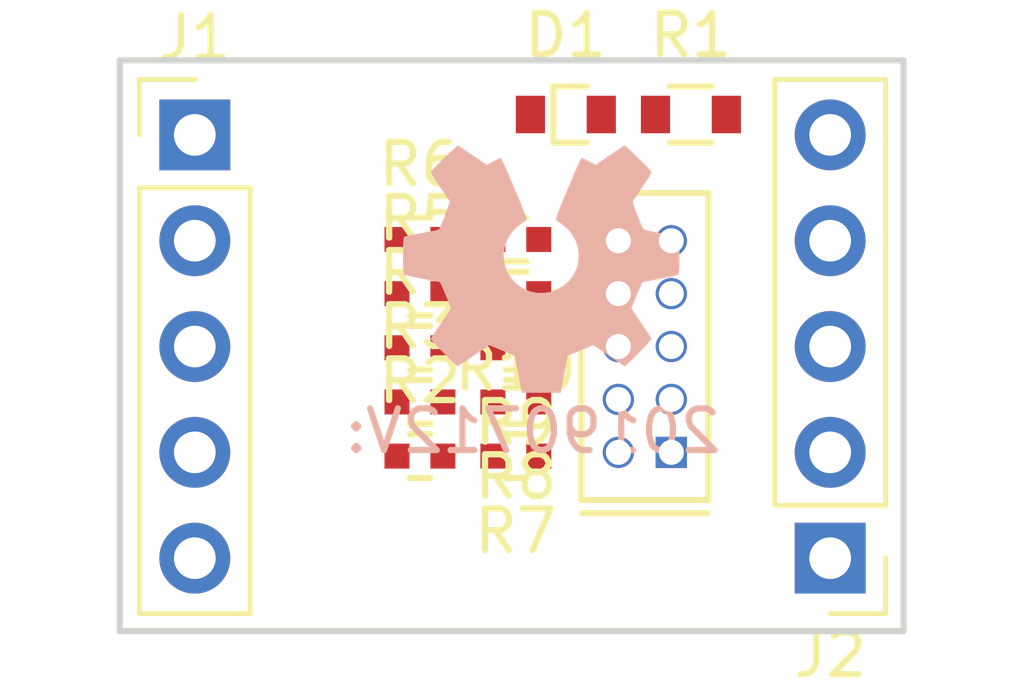
<source format=kicad_pcb>
(kicad_pcb (version 20171130) (host pcbnew 5.1.2-f72e74a~84~ubuntu18.04.1)

  (general
    (thickness 1.6)
    (drawings 4)
    (tracks 0)
    (zones 0)
    (modules 17)
    (nets 14)
  )

  (page A4)
  (layers
    (0 F.Cu signal)
    (31 B.Cu signal)
    (32 B.Adhes user)
    (33 F.Adhes user)
    (34 B.Paste user)
    (35 F.Paste user)
    (36 B.SilkS user hide)
    (37 F.SilkS user)
    (38 B.Mask user)
    (39 F.Mask user)
    (40 Dwgs.User user)
    (41 Cmts.User user)
    (42 Eco1.User user)
    (43 Eco2.User user)
    (44 Edge.Cuts user)
    (45 Margin user)
    (46 B.CrtYd user)
    (47 F.CrtYd user)
    (48 B.Fab user)
    (49 F.Fab user)
  )

  (setup
    (last_trace_width 0.1524)
    (user_trace_width 0.1524)
    (user_trace_width 0.2)
    (user_trace_width 0.3)
    (user_trace_width 0.4)
    (user_trace_width 0.6)
    (user_trace_width 1)
    (user_trace_width 1.5)
    (user_trace_width 2)
    (trace_clearance 0.1524)
    (zone_clearance 0.508)
    (zone_45_only no)
    (trace_min 0.1524)
    (via_size 0.381)
    (via_drill 0.254)
    (via_min_size 0.381)
    (via_min_drill 0.254)
    (user_via 0.4 0.254)
    (user_via 0.6 0.4)
    (user_via 0.8 0.6)
    (user_via 1 0.8)
    (user_via 1.3 1)
    (user_via 1.5 1.2)
    (user_via 1.7 1.4)
    (user_via 1.9 1.6)
    (uvia_size 0.381)
    (uvia_drill 0.254)
    (uvias_allowed no)
    (uvia_min_size 0.381)
    (uvia_min_drill 0.254)
    (edge_width 0.15)
    (segment_width 0.2)
    (pcb_text_width 0.3)
    (pcb_text_size 1.5 1.5)
    (mod_edge_width 0.15)
    (mod_text_size 1 1)
    (mod_text_width 0.15)
    (pad_size 1.524 1.524)
    (pad_drill 0.762)
    (pad_to_mask_clearance 0.1)
    (solder_mask_min_width 0.1)
    (aux_axis_origin 0 0)
    (visible_elements FFFFFF7F)
    (pcbplotparams
      (layerselection 0x010fc_ffffffff)
      (usegerberextensions true)
      (usegerberattributes false)
      (usegerberadvancedattributes false)
      (creategerberjobfile false)
      (excludeedgelayer true)
      (linewidth 0.100000)
      (plotframeref false)
      (viasonmask false)
      (mode 1)
      (useauxorigin false)
      (hpglpennumber 1)
      (hpglpenspeed 20)
      (hpglpendiameter 15.000000)
      (psnegative false)
      (psa4output false)
      (plotreference true)
      (plotvalue true)
      (plotinvisibletext false)
      (padsonsilk false)
      (subtractmaskfromsilk false)
      (outputformat 1)
      (mirror false)
      (drillshape 0)
      (scaleselection 1)
      (outputdirectory "OSH_Park_2_layer_plots"))
  )

  (net 0 "")
  (net 1 "Net-(D1-Pad2)")
  (net 2 /VSS)
  (net 3 /RESET)
  (net 4 /TDI)
  (net 5 /TDO)
  (net 6 /TCK)
  (net 7 /TMS)
  (net 8 /VDD)
  (net 9 "Net-(J3-Pad10)")
  (net 10 "Net-(J3-Pad8)")
  (net 11 "Net-(J3-Pad6)")
  (net 12 "Net-(J3-Pad4)")
  (net 13 "Net-(J3-Pad2)")

  (net_class Default "This is the default net class."
    (clearance 0.1524)
    (trace_width 0.1524)
    (via_dia 0.381)
    (via_drill 0.254)
    (uvia_dia 0.381)
    (uvia_drill 0.254)
    (add_net /RESET)
    (add_net /TCK)
    (add_net /TDI)
    (add_net /TDO)
    (add_net /TMS)
    (add_net /VDD)
    (add_net /VSS)
    (add_net "Net-(D1-Pad2)")
    (add_net "Net-(J3-Pad10)")
    (add_net "Net-(J3-Pad2)")
    (add_net "Net-(J3-Pad4)")
    (add_net "Net-(J3-Pad6)")
    (add_net "Net-(J3-Pad7)")
    (add_net "Net-(J3-Pad8)")
  )

  (module SquantorRcl:R_0402_hand (layer F.Cu) (tedit 5921FEA0) (tstamp 5D28A738)
    (at 147.4 100.3 180)
    (descr "Resistor SMD 0402, reflow soldering, Vishay (see dcrcw.pdf)")
    (tags "resistor 0402")
    (path /5D28643D/5D285A1E)
    (attr smd)
    (fp_text reference R11 (at 0 -1.8) (layer F.SilkS)
      (effects (font (size 1 1) (thickness 0.15)))
    )
    (fp_text value 100 (at 0 1.8) (layer F.Fab)
      (effects (font (size 1 1) (thickness 0.15)))
    )
    (fp_line (start -0.25 0.525) (end 0.25 0.525) (layer F.SilkS) (width 0.15))
    (fp_line (start 0.25 -0.525) (end -0.25 -0.525) (layer F.SilkS) (width 0.15))
    (fp_line (start 1.15 -0.65) (end 1.15 0.65) (layer F.CrtYd) (width 0.05))
    (fp_line (start -1.15 -0.65) (end -1.15 0.65) (layer F.CrtYd) (width 0.05))
    (fp_line (start -1.15 0.65) (end 1.15 0.65) (layer F.CrtYd) (width 0.05))
    (fp_line (start -1.15 -0.65) (end 1.15 -0.65) (layer F.CrtYd) (width 0.05))
    (fp_line (start -0.5 -0.25) (end 0.5 -0.25) (layer F.Fab) (width 0.1))
    (fp_line (start 0.5 -0.25) (end 0.5 0.25) (layer F.Fab) (width 0.1))
    (fp_line (start 0.5 0.25) (end -0.5 0.25) (layer F.Fab) (width 0.1))
    (fp_line (start -0.5 0.25) (end -0.5 -0.25) (layer F.Fab) (width 0.1))
    (pad 2 smd rect (at 0.55 0 180) (size 0.6 0.6) (layers F.Cu F.Paste F.Mask)
      (net 3 /RESET))
    (pad 1 smd rect (at -0.55 0 180) (size 0.6 0.6) (layers F.Cu F.Paste F.Mask)
      (net 9 "Net-(J3-Pad10)"))
    (model Resistors_SMD.3dshapes/R_0402.wrl
      (at (xyz 0 0 0))
      (scale (xyz 1 1 1))
      (rotate (xyz 0 0 0))
    )
  )

  (module SquantorRcl:R_0402_hand (layer F.Cu) (tedit 5921FEA0) (tstamp 5D28A728)
    (at 147.4 101.6 180)
    (descr "Resistor SMD 0402, reflow soldering, Vishay (see dcrcw.pdf)")
    (tags "resistor 0402")
    (path /5D28643D/5D285D88)
    (attr smd)
    (fp_text reference R10 (at 0 -1.8) (layer F.SilkS)
      (effects (font (size 1 1) (thickness 0.15)))
    )
    (fp_text value 100 (at 0 1.8) (layer F.Fab)
      (effects (font (size 1 1) (thickness 0.15)))
    )
    (fp_line (start -0.25 0.525) (end 0.25 0.525) (layer F.SilkS) (width 0.15))
    (fp_line (start 0.25 -0.525) (end -0.25 -0.525) (layer F.SilkS) (width 0.15))
    (fp_line (start 1.15 -0.65) (end 1.15 0.65) (layer F.CrtYd) (width 0.05))
    (fp_line (start -1.15 -0.65) (end -1.15 0.65) (layer F.CrtYd) (width 0.05))
    (fp_line (start -1.15 0.65) (end 1.15 0.65) (layer F.CrtYd) (width 0.05))
    (fp_line (start -1.15 -0.65) (end 1.15 -0.65) (layer F.CrtYd) (width 0.05))
    (fp_line (start -0.5 -0.25) (end 0.5 -0.25) (layer F.Fab) (width 0.1))
    (fp_line (start 0.5 -0.25) (end 0.5 0.25) (layer F.Fab) (width 0.1))
    (fp_line (start 0.5 0.25) (end -0.5 0.25) (layer F.Fab) (width 0.1))
    (fp_line (start -0.5 0.25) (end -0.5 -0.25) (layer F.Fab) (width 0.1))
    (pad 2 smd rect (at 0.55 0 180) (size 0.6 0.6) (layers F.Cu F.Paste F.Mask)
      (net 4 /TDI))
    (pad 1 smd rect (at -0.55 0 180) (size 0.6 0.6) (layers F.Cu F.Paste F.Mask)
      (net 10 "Net-(J3-Pad8)"))
    (model Resistors_SMD.3dshapes/R_0402.wrl
      (at (xyz 0 0 0))
      (scale (xyz 1 1 1))
      (rotate (xyz 0 0 0))
    )
  )

  (module SquantorRcl:R_0402_hand (layer F.Cu) (tedit 5921FEA0) (tstamp 5D28A718)
    (at 147.4 102.9 180)
    (descr "Resistor SMD 0402, reflow soldering, Vishay (see dcrcw.pdf)")
    (tags "resistor 0402")
    (path /5D28643D/5D285AC1)
    (attr smd)
    (fp_text reference R9 (at 0 -1.8) (layer F.SilkS)
      (effects (font (size 1 1) (thickness 0.15)))
    )
    (fp_text value 100 (at 0 1.8) (layer F.Fab)
      (effects (font (size 1 1) (thickness 0.15)))
    )
    (fp_line (start -0.25 0.525) (end 0.25 0.525) (layer F.SilkS) (width 0.15))
    (fp_line (start 0.25 -0.525) (end -0.25 -0.525) (layer F.SilkS) (width 0.15))
    (fp_line (start 1.15 -0.65) (end 1.15 0.65) (layer F.CrtYd) (width 0.05))
    (fp_line (start -1.15 -0.65) (end -1.15 0.65) (layer F.CrtYd) (width 0.05))
    (fp_line (start -1.15 0.65) (end 1.15 0.65) (layer F.CrtYd) (width 0.05))
    (fp_line (start -1.15 -0.65) (end 1.15 -0.65) (layer F.CrtYd) (width 0.05))
    (fp_line (start -0.5 -0.25) (end 0.5 -0.25) (layer F.Fab) (width 0.1))
    (fp_line (start 0.5 -0.25) (end 0.5 0.25) (layer F.Fab) (width 0.1))
    (fp_line (start 0.5 0.25) (end -0.5 0.25) (layer F.Fab) (width 0.1))
    (fp_line (start -0.5 0.25) (end -0.5 -0.25) (layer F.Fab) (width 0.1))
    (pad 2 smd rect (at 0.55 0 180) (size 0.6 0.6) (layers F.Cu F.Paste F.Mask)
      (net 5 /TDO))
    (pad 1 smd rect (at -0.55 0 180) (size 0.6 0.6) (layers F.Cu F.Paste F.Mask)
      (net 11 "Net-(J3-Pad6)"))
    (model Resistors_SMD.3dshapes/R_0402.wrl
      (at (xyz 0 0 0))
      (scale (xyz 1 1 1))
      (rotate (xyz 0 0 0))
    )
  )

  (module SquantorRcl:R_0402_hand (layer F.Cu) (tedit 5921FEA0) (tstamp 5D28A708)
    (at 147.4 104.2 180)
    (descr "Resistor SMD 0402, reflow soldering, Vishay (see dcrcw.pdf)")
    (tags "resistor 0402")
    (path /5D28643D/5D285A12)
    (attr smd)
    (fp_text reference R8 (at 0 -1.8) (layer F.SilkS)
      (effects (font (size 1 1) (thickness 0.15)))
    )
    (fp_text value 100 (at 0 1.8) (layer F.Fab)
      (effects (font (size 1 1) (thickness 0.15)))
    )
    (fp_line (start -0.25 0.525) (end 0.25 0.525) (layer F.SilkS) (width 0.15))
    (fp_line (start 0.25 -0.525) (end -0.25 -0.525) (layer F.SilkS) (width 0.15))
    (fp_line (start 1.15 -0.65) (end 1.15 0.65) (layer F.CrtYd) (width 0.05))
    (fp_line (start -1.15 -0.65) (end -1.15 0.65) (layer F.CrtYd) (width 0.05))
    (fp_line (start -1.15 0.65) (end 1.15 0.65) (layer F.CrtYd) (width 0.05))
    (fp_line (start -1.15 -0.65) (end 1.15 -0.65) (layer F.CrtYd) (width 0.05))
    (fp_line (start -0.5 -0.25) (end 0.5 -0.25) (layer F.Fab) (width 0.1))
    (fp_line (start 0.5 -0.25) (end 0.5 0.25) (layer F.Fab) (width 0.1))
    (fp_line (start 0.5 0.25) (end -0.5 0.25) (layer F.Fab) (width 0.1))
    (fp_line (start -0.5 0.25) (end -0.5 -0.25) (layer F.Fab) (width 0.1))
    (pad 2 smd rect (at 0.55 0 180) (size 0.6 0.6) (layers F.Cu F.Paste F.Mask)
      (net 6 /TCK))
    (pad 1 smd rect (at -0.55 0 180) (size 0.6 0.6) (layers F.Cu F.Paste F.Mask)
      (net 12 "Net-(J3-Pad4)"))
    (model Resistors_SMD.3dshapes/R_0402.wrl
      (at (xyz 0 0 0))
      (scale (xyz 1 1 1))
      (rotate (xyz 0 0 0))
    )
  )

  (module SquantorRcl:R_0402_hand (layer F.Cu) (tedit 5921FEA0) (tstamp 5D28A6F8)
    (at 147.4 105.5 180)
    (descr "Resistor SMD 0402, reflow soldering, Vishay (see dcrcw.pdf)")
    (tags "resistor 0402")
    (path /5D28643D/5D285A0C)
    (attr smd)
    (fp_text reference R7 (at 0 -1.8) (layer F.SilkS)
      (effects (font (size 1 1) (thickness 0.15)))
    )
    (fp_text value 100 (at 0 1.8) (layer F.Fab)
      (effects (font (size 1 1) (thickness 0.15)))
    )
    (fp_line (start -0.25 0.525) (end 0.25 0.525) (layer F.SilkS) (width 0.15))
    (fp_line (start 0.25 -0.525) (end -0.25 -0.525) (layer F.SilkS) (width 0.15))
    (fp_line (start 1.15 -0.65) (end 1.15 0.65) (layer F.CrtYd) (width 0.05))
    (fp_line (start -1.15 -0.65) (end -1.15 0.65) (layer F.CrtYd) (width 0.05))
    (fp_line (start -1.15 0.65) (end 1.15 0.65) (layer F.CrtYd) (width 0.05))
    (fp_line (start -1.15 -0.65) (end 1.15 -0.65) (layer F.CrtYd) (width 0.05))
    (fp_line (start -0.5 -0.25) (end 0.5 -0.25) (layer F.Fab) (width 0.1))
    (fp_line (start 0.5 -0.25) (end 0.5 0.25) (layer F.Fab) (width 0.1))
    (fp_line (start 0.5 0.25) (end -0.5 0.25) (layer F.Fab) (width 0.1))
    (fp_line (start -0.5 0.25) (end -0.5 -0.25) (layer F.Fab) (width 0.1))
    (pad 2 smd rect (at 0.55 0 180) (size 0.6 0.6) (layers F.Cu F.Paste F.Mask)
      (net 7 /TMS))
    (pad 1 smd rect (at -0.55 0 180) (size 0.6 0.6) (layers F.Cu F.Paste F.Mask)
      (net 13 "Net-(J3-Pad2)"))
    (model Resistors_SMD.3dshapes/R_0402.wrl
      (at (xyz 0 0 0))
      (scale (xyz 1 1 1))
      (rotate (xyz 0 0 0))
    )
  )

  (module SquantorRcl:R_0402_hand (layer F.Cu) (tedit 5921FEA0) (tstamp 5D28A6E8)
    (at 145.1 100.3)
    (descr "Resistor SMD 0402, reflow soldering, Vishay (see dcrcw.pdf)")
    (tags "resistor 0402")
    (path /5D28643D/5D285A2D)
    (attr smd)
    (fp_text reference R6 (at 0 -1.8) (layer F.SilkS)
      (effects (font (size 1 1) (thickness 0.15)))
    )
    (fp_text value 100k (at 0 1.8) (layer F.Fab)
      (effects (font (size 1 1) (thickness 0.15)))
    )
    (fp_line (start -0.25 0.525) (end 0.25 0.525) (layer F.SilkS) (width 0.15))
    (fp_line (start 0.25 -0.525) (end -0.25 -0.525) (layer F.SilkS) (width 0.15))
    (fp_line (start 1.15 -0.65) (end 1.15 0.65) (layer F.CrtYd) (width 0.05))
    (fp_line (start -1.15 -0.65) (end -1.15 0.65) (layer F.CrtYd) (width 0.05))
    (fp_line (start -1.15 0.65) (end 1.15 0.65) (layer F.CrtYd) (width 0.05))
    (fp_line (start -1.15 -0.65) (end 1.15 -0.65) (layer F.CrtYd) (width 0.05))
    (fp_line (start -0.5 -0.25) (end 0.5 -0.25) (layer F.Fab) (width 0.1))
    (fp_line (start 0.5 -0.25) (end 0.5 0.25) (layer F.Fab) (width 0.1))
    (fp_line (start 0.5 0.25) (end -0.5 0.25) (layer F.Fab) (width 0.1))
    (fp_line (start -0.5 0.25) (end -0.5 -0.25) (layer F.Fab) (width 0.1))
    (pad 2 smd rect (at 0.55 0) (size 0.6 0.6) (layers F.Cu F.Paste F.Mask)
      (net 3 /RESET))
    (pad 1 smd rect (at -0.55 0) (size 0.6 0.6) (layers F.Cu F.Paste F.Mask)
      (net 8 /VDD))
    (model Resistors_SMD.3dshapes/R_0402.wrl
      (at (xyz 0 0 0))
      (scale (xyz 1 1 1))
      (rotate (xyz 0 0 0))
    )
  )

  (module SquantorRcl:R_0402_hand (layer F.Cu) (tedit 5921FEA0) (tstamp 5D28A6D8)
    (at 145.1 101.6)
    (descr "Resistor SMD 0402, reflow soldering, Vishay (see dcrcw.pdf)")
    (tags "resistor 0402")
    (path /5D28643D/5D285A39)
    (attr smd)
    (fp_text reference R5 (at 0 -1.8) (layer F.SilkS)
      (effects (font (size 1 1) (thickness 0.15)))
    )
    (fp_text value 100K (at 0 1.8) (layer F.Fab)
      (effects (font (size 1 1) (thickness 0.15)))
    )
    (fp_line (start -0.25 0.525) (end 0.25 0.525) (layer F.SilkS) (width 0.15))
    (fp_line (start 0.25 -0.525) (end -0.25 -0.525) (layer F.SilkS) (width 0.15))
    (fp_line (start 1.15 -0.65) (end 1.15 0.65) (layer F.CrtYd) (width 0.05))
    (fp_line (start -1.15 -0.65) (end -1.15 0.65) (layer F.CrtYd) (width 0.05))
    (fp_line (start -1.15 0.65) (end 1.15 0.65) (layer F.CrtYd) (width 0.05))
    (fp_line (start -1.15 -0.65) (end 1.15 -0.65) (layer F.CrtYd) (width 0.05))
    (fp_line (start -0.5 -0.25) (end 0.5 -0.25) (layer F.Fab) (width 0.1))
    (fp_line (start 0.5 -0.25) (end 0.5 0.25) (layer F.Fab) (width 0.1))
    (fp_line (start 0.5 0.25) (end -0.5 0.25) (layer F.Fab) (width 0.1))
    (fp_line (start -0.5 0.25) (end -0.5 -0.25) (layer F.Fab) (width 0.1))
    (pad 2 smd rect (at 0.55 0) (size 0.6 0.6) (layers F.Cu F.Paste F.Mask)
      (net 4 /TDI))
    (pad 1 smd rect (at -0.55 0) (size 0.6 0.6) (layers F.Cu F.Paste F.Mask)
      (net 8 /VDD))
    (model Resistors_SMD.3dshapes/R_0402.wrl
      (at (xyz 0 0 0))
      (scale (xyz 1 1 1))
      (rotate (xyz 0 0 0))
    )
  )

  (module SquantorRcl:R_0402_hand (layer F.Cu) (tedit 5921FEA0) (tstamp 5D28A6C8)
    (at 145.1 102.9)
    (descr "Resistor SMD 0402, reflow soldering, Vishay (see dcrcw.pdf)")
    (tags "resistor 0402")
    (path /5D28643D/5D295945)
    (attr smd)
    (fp_text reference R4 (at 0 -1.8) (layer F.SilkS)
      (effects (font (size 1 1) (thickness 0.15)))
    )
    (fp_text value 100k (at 0 1.8) (layer F.Fab)
      (effects (font (size 1 1) (thickness 0.15)))
    )
    (fp_line (start -0.25 0.525) (end 0.25 0.525) (layer F.SilkS) (width 0.15))
    (fp_line (start 0.25 -0.525) (end -0.25 -0.525) (layer F.SilkS) (width 0.15))
    (fp_line (start 1.15 -0.65) (end 1.15 0.65) (layer F.CrtYd) (width 0.05))
    (fp_line (start -1.15 -0.65) (end -1.15 0.65) (layer F.CrtYd) (width 0.05))
    (fp_line (start -1.15 0.65) (end 1.15 0.65) (layer F.CrtYd) (width 0.05))
    (fp_line (start -1.15 -0.65) (end 1.15 -0.65) (layer F.CrtYd) (width 0.05))
    (fp_line (start -0.5 -0.25) (end 0.5 -0.25) (layer F.Fab) (width 0.1))
    (fp_line (start 0.5 -0.25) (end 0.5 0.25) (layer F.Fab) (width 0.1))
    (fp_line (start 0.5 0.25) (end -0.5 0.25) (layer F.Fab) (width 0.1))
    (fp_line (start -0.5 0.25) (end -0.5 -0.25) (layer F.Fab) (width 0.1))
    (pad 2 smd rect (at 0.55 0) (size 0.6 0.6) (layers F.Cu F.Paste F.Mask)
      (net 5 /TDO))
    (pad 1 smd rect (at -0.55 0) (size 0.6 0.6) (layers F.Cu F.Paste F.Mask)
      (net 8 /VDD))
    (model Resistors_SMD.3dshapes/R_0402.wrl
      (at (xyz 0 0 0))
      (scale (xyz 1 1 1))
      (rotate (xyz 0 0 0))
    )
  )

  (module SquantorRcl:R_0402_hand (layer F.Cu) (tedit 5921FEA0) (tstamp 5D28A6B8)
    (at 145.1 104.2)
    (descr "Resistor SMD 0402, reflow soldering, Vishay (see dcrcw.pdf)")
    (tags "resistor 0402")
    (path /5D28643D/5D285A27)
    (attr smd)
    (fp_text reference R3 (at 0 -1.8) (layer F.SilkS)
      (effects (font (size 1 1) (thickness 0.15)))
    )
    (fp_text value 100k (at 0 1.8) (layer F.Fab)
      (effects (font (size 1 1) (thickness 0.15)))
    )
    (fp_line (start -0.25 0.525) (end 0.25 0.525) (layer F.SilkS) (width 0.15))
    (fp_line (start 0.25 -0.525) (end -0.25 -0.525) (layer F.SilkS) (width 0.15))
    (fp_line (start 1.15 -0.65) (end 1.15 0.65) (layer F.CrtYd) (width 0.05))
    (fp_line (start -1.15 -0.65) (end -1.15 0.65) (layer F.CrtYd) (width 0.05))
    (fp_line (start -1.15 0.65) (end 1.15 0.65) (layer F.CrtYd) (width 0.05))
    (fp_line (start -1.15 -0.65) (end 1.15 -0.65) (layer F.CrtYd) (width 0.05))
    (fp_line (start -0.5 -0.25) (end 0.5 -0.25) (layer F.Fab) (width 0.1))
    (fp_line (start 0.5 -0.25) (end 0.5 0.25) (layer F.Fab) (width 0.1))
    (fp_line (start 0.5 0.25) (end -0.5 0.25) (layer F.Fab) (width 0.1))
    (fp_line (start -0.5 0.25) (end -0.5 -0.25) (layer F.Fab) (width 0.1))
    (pad 2 smd rect (at 0.55 0) (size 0.6 0.6) (layers F.Cu F.Paste F.Mask)
      (net 6 /TCK))
    (pad 1 smd rect (at -0.55 0) (size 0.6 0.6) (layers F.Cu F.Paste F.Mask)
      (net 2 /VSS))
    (model Resistors_SMD.3dshapes/R_0402.wrl
      (at (xyz 0 0 0))
      (scale (xyz 1 1 1))
      (rotate (xyz 0 0 0))
    )
  )

  (module SquantorRcl:R_0402_hand (layer F.Cu) (tedit 5921FEA0) (tstamp 5D28A6A8)
    (at 145.1 105.5)
    (descr "Resistor SMD 0402, reflow soldering, Vishay (see dcrcw.pdf)")
    (tags "resistor 0402")
    (path /5D28643D/5D295938)
    (attr smd)
    (fp_text reference R2 (at 0 -1.8) (layer F.SilkS)
      (effects (font (size 1 1) (thickness 0.15)))
    )
    (fp_text value 100K (at 0 1.8) (layer F.Fab)
      (effects (font (size 1 1) (thickness 0.15)))
    )
    (fp_line (start -0.25 0.525) (end 0.25 0.525) (layer F.SilkS) (width 0.15))
    (fp_line (start 0.25 -0.525) (end -0.25 -0.525) (layer F.SilkS) (width 0.15))
    (fp_line (start 1.15 -0.65) (end 1.15 0.65) (layer F.CrtYd) (width 0.05))
    (fp_line (start -1.15 -0.65) (end -1.15 0.65) (layer F.CrtYd) (width 0.05))
    (fp_line (start -1.15 0.65) (end 1.15 0.65) (layer F.CrtYd) (width 0.05))
    (fp_line (start -1.15 -0.65) (end 1.15 -0.65) (layer F.CrtYd) (width 0.05))
    (fp_line (start -0.5 -0.25) (end 0.5 -0.25) (layer F.Fab) (width 0.1))
    (fp_line (start 0.5 -0.25) (end 0.5 0.25) (layer F.Fab) (width 0.1))
    (fp_line (start 0.5 0.25) (end -0.5 0.25) (layer F.Fab) (width 0.1))
    (fp_line (start -0.5 0.25) (end -0.5 -0.25) (layer F.Fab) (width 0.1))
    (pad 2 smd rect (at 0.55 0) (size 0.6 0.6) (layers F.Cu F.Paste F.Mask)
      (net 7 /TMS))
    (pad 1 smd rect (at -0.55 0) (size 0.6 0.6) (layers F.Cu F.Paste F.Mask)
      (net 8 /VDD))
    (model Resistors_SMD.3dshapes/R_0402.wrl
      (at (xyz 0 0 0))
      (scale (xyz 1 1 1))
      (rotate (xyz 0 0 0))
    )
  )

  (module SquantorRcl:R_0603_hand (layer F.Cu) (tedit 587552B0) (tstamp 5D28A698)
    (at 151.6 97.3)
    (descr "Resistor SMD 0603, reflow soldering, Vishay (see dcrcw.pdf)")
    (tags "resistor 0603")
    (path /5D279BBC)
    (attr smd)
    (fp_text reference R1 (at 0 -1.9) (layer F.SilkS)
      (effects (font (size 1 1) (thickness 0.15)))
    )
    (fp_text value 4.7K (at 0 1.9) (layer F.Fab)
      (effects (font (size 1 1) (thickness 0.15)))
    )
    (fp_line (start -0.5 -0.675) (end 0.5 -0.675) (layer F.SilkS) (width 0.15))
    (fp_line (start 0.5 0.675) (end -0.5 0.675) (layer F.SilkS) (width 0.15))
    (fp_line (start 1.5 -0.8) (end 1.5 0.8) (layer F.CrtYd) (width 0.05))
    (fp_line (start -1.5 -0.8) (end -1.5 0.8) (layer F.CrtYd) (width 0.05))
    (fp_line (start -1.5 0.8) (end 1.5 0.8) (layer F.CrtYd) (width 0.05))
    (fp_line (start -1.5 -0.8) (end 1.5 -0.8) (layer F.CrtYd) (width 0.05))
    (fp_line (start -0.8 -0.4) (end 0.8 -0.4) (layer F.Fab) (width 0.1))
    (fp_line (start 0.8 -0.4) (end 0.8 0.4) (layer F.Fab) (width 0.1))
    (fp_line (start 0.8 0.4) (end -0.8 0.4) (layer F.Fab) (width 0.1))
    (fp_line (start -0.8 0.4) (end -0.8 -0.4) (layer F.Fab) (width 0.1))
    (pad 2 smd rect (at 0.85 0) (size 0.7 0.9) (layers F.Cu F.Paste F.Mask)
      (net 8 /VDD))
    (pad 1 smd rect (at -0.85 0) (size 0.7 0.9) (layers F.Cu F.Paste F.Mask)
      (net 1 "Net-(D1-Pad2)"))
    (model Resistors_SMD.3dshapes/R_0603.wrl
      (at (xyz 0 0 0))
      (scale (xyz 1 1 1))
      (rotate (xyz 0 0 0))
    )
  )

  (module SquantorConnectors:Header-0127-2X05-H006 (layer F.Cu) (tedit 5CA38BF4) (tstamp 5D28A67C)
    (at 150.495 102.87 90)
    (path /5D28643D/5D2859FE)
    (fp_text reference J3 (at 0 -2.5 90) (layer F.SilkS)
      (effects (font (size 1 1) (thickness 0.15)))
    )
    (fp_text value JTAG_2X05 (at 0 2.5 90) (layer F.Fab)
      (effects (font (size 1 1) (thickness 0.15)))
    )
    (fp_line (start -3.683 -1.524) (end 3.683 -1.524) (layer F.SilkS) (width 0.15))
    (fp_line (start 3.683 -1.524) (end 3.683 1.524) (layer F.SilkS) (width 0.15))
    (fp_line (start 3.683 1.524) (end -3.683 1.524) (layer F.SilkS) (width 0.15))
    (fp_line (start -3.683 1.524) (end -3.683 -1.524) (layer F.SilkS) (width 0.15))
    (fp_line (start -4 -1.5) (end -4 1.5) (layer F.SilkS) (width 0.15))
    (pad 10 thru_hole circle (at 2.54 -0.635 90) (size 0.75 0.75) (drill 0.6) (layers *.Cu *.Mask)
      (net 9 "Net-(J3-Pad10)"))
    (pad 9 thru_hole circle (at 2.54 0.635 90) (size 0.75 0.75) (drill 0.6) (layers *.Cu *.Mask)
      (net 2 /VSS))
    (pad 8 thru_hole circle (at 1.27 -0.635 90) (size 0.75 0.75) (drill 0.6) (layers *.Cu *.Mask)
      (net 10 "Net-(J3-Pad8)"))
    (pad 7 thru_hole circle (at 1.27 0.635 90) (size 0.75 0.75) (drill 0.6) (layers *.Cu *.Mask))
    (pad 6 thru_hole circle (at 0 -0.635 90) (size 0.75 0.75) (drill 0.6) (layers *.Cu *.Mask)
      (net 11 "Net-(J3-Pad6)"))
    (pad 5 thru_hole circle (at 0 0.635 90) (size 0.75 0.75) (drill 0.6) (layers *.Cu *.Mask)
      (net 2 /VSS))
    (pad 4 thru_hole circle (at -1.27 -0.635 90) (size 0.75 0.75) (drill 0.6) (layers *.Cu *.Mask)
      (net 12 "Net-(J3-Pad4)"))
    (pad 3 thru_hole circle (at -1.27 0.635 90) (size 0.75 0.75) (drill 0.6) (layers *.Cu *.Mask)
      (net 2 /VSS))
    (pad 2 thru_hole circle (at -2.54 -0.635 90) (size 0.75 0.75) (drill 0.6) (layers *.Cu *.Mask)
      (net 13 "Net-(J3-Pad2)"))
    (pad 1 thru_hole rect (at -2.54 0.635 90) (size 0.75 0.75) (drill 0.6) (layers *.Cu *.Mask)
      (net 8 /VDD))
  )

  (module Connector_PinHeader_2.54mm:PinHeader_1x05_P2.54mm_Vertical (layer F.Cu) (tedit 59FED5CC) (tstamp 5D28A669)
    (at 154.94 107.95 180)
    (descr "Through hole straight pin header, 1x05, 2.54mm pitch, single row")
    (tags "Through hole pin header THT 1x05 2.54mm single row")
    (path /5D2A33B9)
    (fp_text reference J2 (at 0 -2.33) (layer F.SilkS)
      (effects (font (size 1 1) (thickness 0.15)))
    )
    (fp_text value Conn_01x05 (at 0 12.49) (layer F.Fab)
      (effects (font (size 1 1) (thickness 0.15)))
    )
    (fp_text user %R (at 0 5.08 90) (layer F.Fab)
      (effects (font (size 1 1) (thickness 0.15)))
    )
    (fp_line (start 1.8 -1.8) (end -1.8 -1.8) (layer F.CrtYd) (width 0.05))
    (fp_line (start 1.8 11.95) (end 1.8 -1.8) (layer F.CrtYd) (width 0.05))
    (fp_line (start -1.8 11.95) (end 1.8 11.95) (layer F.CrtYd) (width 0.05))
    (fp_line (start -1.8 -1.8) (end -1.8 11.95) (layer F.CrtYd) (width 0.05))
    (fp_line (start -1.33 -1.33) (end 0 -1.33) (layer F.SilkS) (width 0.12))
    (fp_line (start -1.33 0) (end -1.33 -1.33) (layer F.SilkS) (width 0.12))
    (fp_line (start -1.33 1.27) (end 1.33 1.27) (layer F.SilkS) (width 0.12))
    (fp_line (start 1.33 1.27) (end 1.33 11.49) (layer F.SilkS) (width 0.12))
    (fp_line (start -1.33 1.27) (end -1.33 11.49) (layer F.SilkS) (width 0.12))
    (fp_line (start -1.33 11.49) (end 1.33 11.49) (layer F.SilkS) (width 0.12))
    (fp_line (start -1.27 -0.635) (end -0.635 -1.27) (layer F.Fab) (width 0.1))
    (fp_line (start -1.27 11.43) (end -1.27 -0.635) (layer F.Fab) (width 0.1))
    (fp_line (start 1.27 11.43) (end -1.27 11.43) (layer F.Fab) (width 0.1))
    (fp_line (start 1.27 -1.27) (end 1.27 11.43) (layer F.Fab) (width 0.1))
    (fp_line (start -0.635 -1.27) (end 1.27 -1.27) (layer F.Fab) (width 0.1))
    (pad 5 thru_hole oval (at 0 10.16 180) (size 1.7 1.7) (drill 1) (layers *.Cu *.Mask)
      (net 8 /VDD))
    (pad 4 thru_hole oval (at 0 7.62 180) (size 1.7 1.7) (drill 1) (layers *.Cu *.Mask)
      (net 2 /VSS))
    (pad 3 thru_hole oval (at 0 5.08 180) (size 1.7 1.7) (drill 1) (layers *.Cu *.Mask)
      (net 2 /VSS))
    (pad 2 thru_hole oval (at 0 2.54 180) (size 1.7 1.7) (drill 1) (layers *.Cu *.Mask)
      (net 2 /VSS))
    (pad 1 thru_hole rect (at 0 0 180) (size 1.7 1.7) (drill 1) (layers *.Cu *.Mask)
      (net 2 /VSS))
    (model ${KISYS3DMOD}/Connector_PinHeader_2.54mm.3dshapes/PinHeader_1x05_P2.54mm_Vertical.wrl
      (at (xyz 0 0 0))
      (scale (xyz 1 1 1))
      (rotate (xyz 0 0 0))
    )
  )

  (module Connector_PinHeader_2.54mm:PinHeader_1x05_P2.54mm_Vertical (layer F.Cu) (tedit 59FED5CC) (tstamp 5D28A650)
    (at 139.7 97.79)
    (descr "Through hole straight pin header, 1x05, 2.54mm pitch, single row")
    (tags "Through hole pin header THT 1x05 2.54mm single row")
    (path /5D2A2B1A)
    (fp_text reference J1 (at 0 -2.33) (layer F.SilkS)
      (effects (font (size 1 1) (thickness 0.15)))
    )
    (fp_text value Conn_01x05 (at 0 12.49) (layer F.Fab)
      (effects (font (size 1 1) (thickness 0.15)))
    )
    (fp_text user %R (at 0 5.08 90) (layer F.Fab)
      (effects (font (size 1 1) (thickness 0.15)))
    )
    (fp_line (start 1.8 -1.8) (end -1.8 -1.8) (layer F.CrtYd) (width 0.05))
    (fp_line (start 1.8 11.95) (end 1.8 -1.8) (layer F.CrtYd) (width 0.05))
    (fp_line (start -1.8 11.95) (end 1.8 11.95) (layer F.CrtYd) (width 0.05))
    (fp_line (start -1.8 -1.8) (end -1.8 11.95) (layer F.CrtYd) (width 0.05))
    (fp_line (start -1.33 -1.33) (end 0 -1.33) (layer F.SilkS) (width 0.12))
    (fp_line (start -1.33 0) (end -1.33 -1.33) (layer F.SilkS) (width 0.12))
    (fp_line (start -1.33 1.27) (end 1.33 1.27) (layer F.SilkS) (width 0.12))
    (fp_line (start 1.33 1.27) (end 1.33 11.49) (layer F.SilkS) (width 0.12))
    (fp_line (start -1.33 1.27) (end -1.33 11.49) (layer F.SilkS) (width 0.12))
    (fp_line (start -1.33 11.49) (end 1.33 11.49) (layer F.SilkS) (width 0.12))
    (fp_line (start -1.27 -0.635) (end -0.635 -1.27) (layer F.Fab) (width 0.1))
    (fp_line (start -1.27 11.43) (end -1.27 -0.635) (layer F.Fab) (width 0.1))
    (fp_line (start 1.27 11.43) (end -1.27 11.43) (layer F.Fab) (width 0.1))
    (fp_line (start 1.27 -1.27) (end 1.27 11.43) (layer F.Fab) (width 0.1))
    (fp_line (start -0.635 -1.27) (end 1.27 -1.27) (layer F.Fab) (width 0.1))
    (pad 5 thru_hole oval (at 0 10.16) (size 1.7 1.7) (drill 1) (layers *.Cu *.Mask)
      (net 3 /RESET))
    (pad 4 thru_hole oval (at 0 7.62) (size 1.7 1.7) (drill 1) (layers *.Cu *.Mask)
      (net 4 /TDI))
    (pad 3 thru_hole oval (at 0 5.08) (size 1.7 1.7) (drill 1) (layers *.Cu *.Mask)
      (net 5 /TDO))
    (pad 2 thru_hole oval (at 0 2.54) (size 1.7 1.7) (drill 1) (layers *.Cu *.Mask)
      (net 6 /TCK))
    (pad 1 thru_hole rect (at 0 0) (size 1.7 1.7) (drill 1) (layers *.Cu *.Mask)
      (net 7 /TMS))
    (model ${KISYS3DMOD}/Connector_PinHeader_2.54mm.3dshapes/PinHeader_1x05_P2.54mm_Vertical.wrl
      (at (xyz 0 0 0))
      (scale (xyz 1 1 1))
      (rotate (xyz 0 0 0))
    )
  )

  (module SquantorDiodes:D_0603_hand (layer F.Cu) (tedit 5CA1F802) (tstamp 5D28A637)
    (at 148.6 97.3)
    (descr "Diode SMD 0603, reflow soldering, general purpose")
    (tags "Diode 0603")
    (path /5D27A45A)
    (attr smd)
    (fp_text reference D1 (at 0 -1.9) (layer F.SilkS)
      (effects (font (size 1 1) (thickness 0.15)))
    )
    (fp_text value RED (at 0 1.9) (layer F.Fab)
      (effects (font (size 1 1) (thickness 0.15)))
    )
    (fp_line (start -0.3 -0.675) (end -0.3 0.675) (layer F.SilkS) (width 0.15))
    (fp_line (start -0.3 -0.675) (end 0.5 -0.675) (layer F.SilkS) (width 0.15))
    (fp_line (start 0.5 0.675) (end -0.3 0.675) (layer F.SilkS) (width 0.15))
    (fp_line (start 1.5 -0.8) (end 1.5 0.8) (layer F.CrtYd) (width 0.05))
    (fp_line (start -1.5 -0.8) (end -1.5 0.8) (layer F.CrtYd) (width 0.05))
    (fp_line (start -1.5 0.8) (end 1.5 0.8) (layer F.CrtYd) (width 0.05))
    (fp_line (start -1.5 -0.8) (end 1.5 -0.8) (layer F.CrtYd) (width 0.05))
    (fp_line (start -0.8 -0.4) (end 0.8 -0.4) (layer F.Fab) (width 0.1))
    (fp_line (start 0.8 -0.4) (end 0.8 0.4) (layer F.Fab) (width 0.1))
    (fp_line (start 0.8 0.4) (end -0.8 0.4) (layer F.Fab) (width 0.1))
    (fp_line (start -0.8 0.4) (end -0.8 -0.4) (layer F.Fab) (width 0.1))
    (pad 2 smd rect (at 0.85 0) (size 0.7 0.9) (layers F.Cu F.Paste F.Mask)
      (net 1 "Net-(D1-Pad2)"))
    (pad 1 smd rect (at -0.85 0) (size 0.7 0.9) (layers F.Cu F.Paste F.Mask)
      (net 2 /VSS))
  )

  (module Symbols:OSHW-Symbol_6.7x6mm_SilkScreen (layer B.Cu) (tedit 0) (tstamp 5A135134)
    (at 148 101)
    (descr "Open Source Hardware Symbol")
    (tags "Logo Symbol OSHW")
    (path /5A135869)
    (attr virtual)
    (fp_text reference N1 (at 0 0) (layer B.SilkS) hide
      (effects (font (size 1 1) (thickness 0.15)) (justify mirror))
    )
    (fp_text value OHWLOGO (at 0.75 0) (layer B.Fab) hide
      (effects (font (size 1 1) (thickness 0.15)) (justify mirror))
    )
    (fp_poly (pts (xy 0.555814 2.531069) (xy 0.639635 2.086445) (xy 0.94892 1.958947) (xy 1.258206 1.831449)
      (xy 1.629246 2.083754) (xy 1.733157 2.154004) (xy 1.827087 2.216728) (xy 1.906652 2.269062)
      (xy 1.96747 2.308143) (xy 2.005157 2.331107) (xy 2.015421 2.336058) (xy 2.03391 2.323324)
      (xy 2.07342 2.288118) (xy 2.129522 2.234938) (xy 2.197787 2.168282) (xy 2.273786 2.092646)
      (xy 2.353092 2.012528) (xy 2.431275 1.932426) (xy 2.503907 1.856836) (xy 2.566559 1.790255)
      (xy 2.614803 1.737182) (xy 2.64421 1.702113) (xy 2.651241 1.690377) (xy 2.641123 1.66874)
      (xy 2.612759 1.621338) (xy 2.569129 1.552807) (xy 2.513218 1.467785) (xy 2.448006 1.370907)
      (xy 2.410219 1.31565) (xy 2.341343 1.214752) (xy 2.28014 1.123701) (xy 2.229578 1.04703)
      (xy 2.192628 0.989272) (xy 2.172258 0.954957) (xy 2.169197 0.947746) (xy 2.176136 0.927252)
      (xy 2.195051 0.879487) (xy 2.223087 0.811168) (xy 2.257391 0.729011) (xy 2.295109 0.63973)
      (xy 2.333387 0.550042) (xy 2.36937 0.466662) (xy 2.400206 0.396306) (xy 2.423039 0.34569)
      (xy 2.435017 0.321529) (xy 2.435724 0.320578) (xy 2.454531 0.315964) (xy 2.504618 0.305672)
      (xy 2.580793 0.290713) (xy 2.677865 0.272099) (xy 2.790643 0.250841) (xy 2.856442 0.238582)
      (xy 2.97695 0.215638) (xy 3.085797 0.193805) (xy 3.177476 0.174278) (xy 3.246481 0.158252)
      (xy 3.287304 0.146921) (xy 3.295511 0.143326) (xy 3.303548 0.118994) (xy 3.310033 0.064041)
      (xy 3.31497 -0.015108) (xy 3.318364 -0.112026) (xy 3.320218 -0.220287) (xy 3.320538 -0.333465)
      (xy 3.319327 -0.445135) (xy 3.31659 -0.548868) (xy 3.312331 -0.638241) (xy 3.306555 -0.706826)
      (xy 3.299267 -0.748197) (xy 3.294895 -0.75681) (xy 3.268764 -0.767133) (xy 3.213393 -0.781892)
      (xy 3.136107 -0.799352) (xy 3.04423 -0.81778) (xy 3.012158 -0.823741) (xy 2.857524 -0.852066)
      (xy 2.735375 -0.874876) (xy 2.641673 -0.89308) (xy 2.572384 -0.907583) (xy 2.523471 -0.919292)
      (xy 2.490897 -0.929115) (xy 2.470628 -0.937956) (xy 2.458626 -0.946724) (xy 2.456947 -0.948457)
      (xy 2.440184 -0.976371) (xy 2.414614 -1.030695) (xy 2.382788 -1.104777) (xy 2.34726 -1.191965)
      (xy 2.310583 -1.285608) (xy 2.275311 -1.379052) (xy 2.243996 -1.465647) (xy 2.219193 -1.53874)
      (xy 2.203454 -1.591678) (xy 2.199332 -1.617811) (xy 2.199676 -1.618726) (xy 2.213641 -1.640086)
      (xy 2.245322 -1.687084) (xy 2.291391 -1.754827) (xy 2.348518 -1.838423) (xy 2.413373 -1.932982)
      (xy 2.431843 -1.959854) (xy 2.497699 -2.057275) (xy 2.55565 -2.146163) (xy 2.602538 -2.221412)
      (xy 2.635207 -2.27792) (xy 2.6505 -2.310581) (xy 2.651241 -2.314593) (xy 2.638392 -2.335684)
      (xy 2.602888 -2.377464) (xy 2.549293 -2.435445) (xy 2.482171 -2.505135) (xy 2.406087 -2.582045)
      (xy 2.325604 -2.661683) (xy 2.245287 -2.739561) (xy 2.169699 -2.811186) (xy 2.103405 -2.87207)
      (xy 2.050969 -2.917721) (xy 2.016955 -2.94365) (xy 2.007545 -2.947883) (xy 1.985643 -2.937912)
      (xy 1.9408 -2.91102) (xy 1.880321 -2.871736) (xy 1.833789 -2.840117) (xy 1.749475 -2.782098)
      (xy 1.649626 -2.713784) (xy 1.549473 -2.645579) (xy 1.495627 -2.609075) (xy 1.313371 -2.4858)
      (xy 1.160381 -2.56852) (xy 1.090682 -2.604759) (xy 1.031414 -2.632926) (xy 0.991311 -2.648991)
      (xy 0.981103 -2.651226) (xy 0.968829 -2.634722) (xy 0.944613 -2.588082) (xy 0.910263 -2.515609)
      (xy 0.867588 -2.421606) (xy 0.818394 -2.310374) (xy 0.76449 -2.186215) (xy 0.707684 -2.053432)
      (xy 0.649782 -1.916327) (xy 0.592593 -1.779202) (xy 0.537924 -1.646358) (xy 0.487584 -1.522098)
      (xy 0.44338 -1.410725) (xy 0.407119 -1.316539) (xy 0.380609 -1.243844) (xy 0.365658 -1.196941)
      (xy 0.363254 -1.180833) (xy 0.382311 -1.160286) (xy 0.424036 -1.126933) (xy 0.479706 -1.087702)
      (xy 0.484378 -1.084599) (xy 0.628264 -0.969423) (xy 0.744283 -0.835053) (xy 0.83143 -0.685784)
      (xy 0.888699 -0.525913) (xy 0.915086 -0.359737) (xy 0.909585 -0.191552) (xy 0.87119 -0.025655)
      (xy 0.798895 0.133658) (xy 0.777626 0.168513) (xy 0.666996 0.309263) (xy 0.536302 0.422286)
      (xy 0.390064 0.506997) (xy 0.232808 0.562806) (xy 0.069057 0.589126) (xy -0.096667 0.58537)
      (xy -0.259838 0.55095) (xy -0.415935 0.485277) (xy -0.560433 0.387765) (xy -0.605131 0.348187)
      (xy -0.718888 0.224297) (xy -0.801782 0.093876) (xy -0.858644 -0.052315) (xy -0.890313 -0.197088)
      (xy -0.898131 -0.35986) (xy -0.872062 -0.52344) (xy -0.814755 -0.682298) (xy -0.728856 -0.830906)
      (xy -0.617014 -0.963735) (xy -0.481877 -1.075256) (xy -0.464117 -1.087011) (xy -0.40785 -1.125508)
      (xy -0.365077 -1.158863) (xy -0.344628 -1.18016) (xy -0.344331 -1.180833) (xy -0.348721 -1.203871)
      (xy -0.366124 -1.256157) (xy -0.394732 -1.33339) (xy -0.432735 -1.431268) (xy -0.478326 -1.545491)
      (xy -0.529697 -1.671758) (xy -0.585038 -1.805767) (xy -0.642542 -1.943218) (xy -0.700399 -2.079808)
      (xy -0.756802 -2.211237) (xy -0.809942 -2.333205) (xy -0.85801 -2.441409) (xy -0.899199 -2.531549)
      (xy -0.931699 -2.599323) (xy -0.953703 -2.64043) (xy -0.962564 -2.651226) (xy -0.98964 -2.642819)
      (xy -1.040303 -2.620272) (xy -1.105817 -2.587613) (xy -1.141841 -2.56852) (xy -1.294832 -2.4858)
      (xy -1.477088 -2.609075) (xy -1.570125 -2.672228) (xy -1.671985 -2.741727) (xy -1.767438 -2.807165)
      (xy -1.81525 -2.840117) (xy -1.882495 -2.885273) (xy -1.939436 -2.921057) (xy -1.978646 -2.942938)
      (xy -1.991381 -2.947563) (xy -2.009917 -2.935085) (xy -2.050941 -2.900252) (xy -2.110475 -2.846678)
      (xy -2.184542 -2.777983) (xy -2.269165 -2.697781) (xy -2.322685 -2.646286) (xy -2.416319 -2.554286)
      (xy -2.497241 -2.471999) (xy -2.562177 -2.402945) (xy -2.607858 -2.350644) (xy -2.631011 -2.318616)
      (xy -2.633232 -2.312116) (xy -2.622924 -2.287394) (xy -2.594439 -2.237405) (xy -2.550937 -2.167212)
      (xy -2.495577 -2.081875) (xy -2.43152 -1.986456) (xy -2.413303 -1.959854) (xy -2.346927 -1.863167)
      (xy -2.287378 -1.776117) (xy -2.237984 -1.703595) (xy -2.202075 -1.650493) (xy -2.182981 -1.621703)
      (xy -2.181136 -1.618726) (xy -2.183895 -1.595782) (xy -2.198538 -1.545336) (xy -2.222513 -1.474041)
      (xy -2.253266 -1.388547) (xy -2.288244 -1.295507) (xy -2.324893 -1.201574) (xy -2.360661 -1.113399)
      (xy -2.392994 -1.037634) (xy -2.419338 -0.980931) (xy -2.437142 -0.949943) (xy -2.438407 -0.948457)
      (xy -2.449294 -0.939601) (xy -2.467682 -0.930843) (xy -2.497606 -0.921277) (xy -2.543103 -0.909996)
      (xy -2.608209 -0.896093) (xy -2.696961 -0.878663) (xy -2.813393 -0.856798) (xy -2.961542 -0.829591)
      (xy -2.993618 -0.823741) (xy -3.088686 -0.805374) (xy -3.171565 -0.787405) (xy -3.23493 -0.771569)
      (xy -3.271458 -0.7596) (xy -3.276356 -0.75681) (xy -3.284427 -0.732072) (xy -3.290987 -0.67679)
      (xy -3.296033 -0.597389) (xy -3.299559 -0.500296) (xy -3.301561 -0.391938) (xy -3.302036 -0.27874)
      (xy -3.300977 -0.167128) (xy -3.298382 -0.063529) (xy -3.294246 0.025632) (xy -3.288563 0.093928)
      (xy -3.281331 0.134934) (xy -3.276971 0.143326) (xy -3.252698 0.151792) (xy -3.197426 0.165565)
      (xy -3.116662 0.18345) (xy -3.015912 0.204252) (xy -2.900683 0.226777) (xy -2.837902 0.238582)
      (xy -2.718787 0.260849) (xy -2.612565 0.281021) (xy -2.524427 0.298085) (xy -2.459566 0.311031)
      (xy -2.423174 0.318845) (xy -2.417184 0.320578) (xy -2.407061 0.34011) (xy -2.385662 0.387157)
      (xy -2.355839 0.454997) (xy -2.320445 0.536909) (xy -2.282332 0.626172) (xy -2.244353 0.716065)
      (xy -2.20936 0.799865) (xy -2.180206 0.870853) (xy -2.159743 0.922306) (xy -2.150823 0.947503)
      (xy -2.150657 0.948604) (xy -2.160769 0.968481) (xy -2.189117 1.014223) (xy -2.232723 1.081283)
      (xy -2.288606 1.165116) (xy -2.353787 1.261174) (xy -2.391679 1.31635) (xy -2.460725 1.417519)
      (xy -2.52205 1.50937) (xy -2.572663 1.587256) (xy -2.609571 1.646531) (xy -2.629782 1.682549)
      (xy -2.632701 1.690623) (xy -2.620153 1.709416) (xy -2.585463 1.749543) (xy -2.533063 1.806507)
      (xy -2.467384 1.875815) (xy -2.392856 1.952969) (xy -2.313913 2.033475) (xy -2.234983 2.112837)
      (xy -2.1605 2.18656) (xy -2.094894 2.250148) (xy -2.042596 2.299106) (xy -2.008039 2.328939)
      (xy -1.996478 2.336058) (xy -1.977654 2.326047) (xy -1.932631 2.297922) (xy -1.865787 2.254546)
      (xy -1.781499 2.198782) (xy -1.684144 2.133494) (xy -1.610707 2.083754) (xy -1.239667 1.831449)
      (xy -0.621095 2.086445) (xy -0.537275 2.531069) (xy -0.453454 2.975693) (xy 0.471994 2.975693)
      (xy 0.555814 2.531069)) (layer B.SilkS) (width 0.01))
  )

  (module SquantorLabels:Label_version (layer B.Cu) (tedit 5B5A1E49) (tstamp 5B96DD88)
    (at 148.9 104.8)
    (path /5A1357A5)
    (fp_text reference N2 (at 0 -1.4) (layer B.Fab) hide
      (effects (font (size 1 1) (thickness 0.15)) (justify mirror))
    )
    (fp_text value 20190712 (at -0.4 0.1) (layer B.SilkS)
      (effects (font (size 1 1) (thickness 0.15)) (justify mirror))
    )
    (fp_text user V: (at -4.9 0.1) (layer B.SilkS)
      (effects (font (size 1 1) (thickness 0.15)) (justify mirror))
    )
  )

  (gr_line (start 137.9 109.7) (end 137.9 96) (layer Edge.Cuts) (width 0.15) (tstamp 5D28A8DC))
  (gr_line (start 156.7 109.7) (end 137.9 109.7) (layer Edge.Cuts) (width 0.15))
  (gr_line (start 156.7 96) (end 156.7 109.7) (layer Edge.Cuts) (width 0.15))
  (gr_line (start 137.9 96) (end 156.7 96) (layer Edge.Cuts) (width 0.15))

)

</source>
